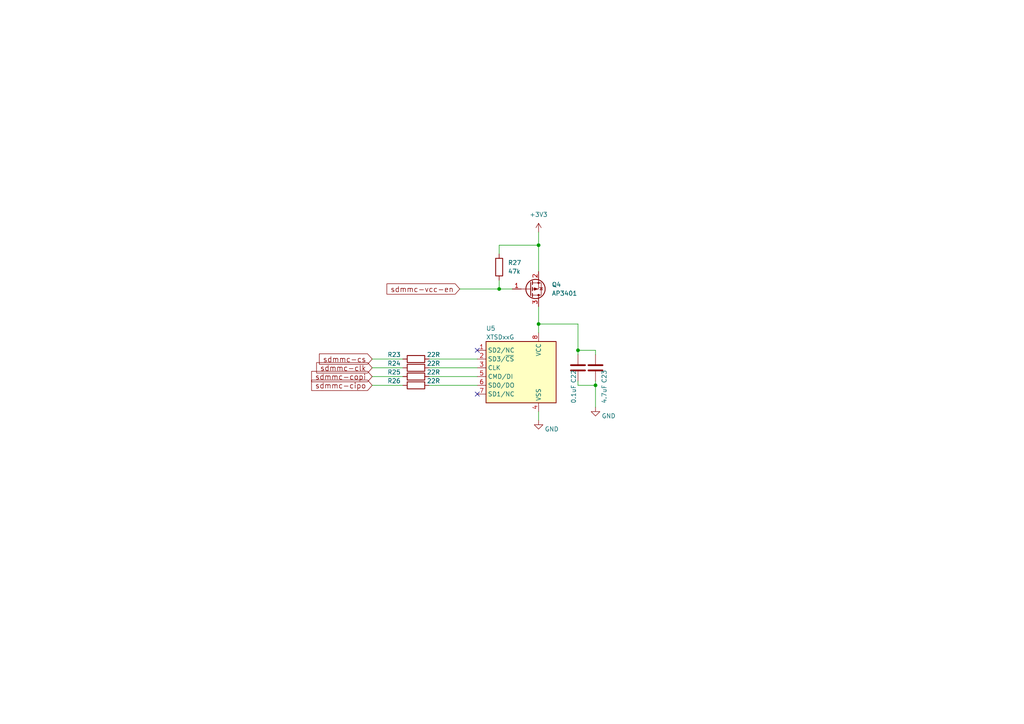
<source format=kicad_sch>
(kicad_sch (version 20210621) (generator eeschema)
  (paper "A4")
  (title_block (title "gps-logger") (date "2021-10-18") (rev "v2.3") (company "Greg Davill") (comment 4 "Simple GPS logger with low power features"))
  (lib_symbols
    (symbol "Device:C" (pin_numbers hide) (pin_names (offset 0.254))
      (property "Reference" "C" (at 0.635 2.54 0))
      (property "Value" "C" (at 0.635 -2.54 0))
      (symbol "C_0_1"
        (polyline (pts (xy -2.032 -0.762) (xy 2.032 -0.762)) (stroke (width 0.508)))
        (polyline (pts (xy -2.032 0.762) (xy 2.032 0.762)) (stroke (width 0.508)))
      )
      (symbol "C_1_1"
        (pin passive line (at 0 3.81 270) (length 2.794) (name "~") (number "1"))
        (pin passive line (at 0 -3.81 90) (length 2.794) (name "~") (number "2"))
      )
    )
    (symbol "Device:R" (pin_numbers hide) (pin_names (offset 0))
      (property "Reference" "R" (at 2.032 0 90))
      (property "Value" "R" (at 0 0 90))
      (symbol "R_0_1"
        (rectangle (start -1.016 -2.54) (end 1.016 2.54) (stroke (width 0.254)))
      )
      (symbol "R_1_1"
        (pin passive line (at 0 3.81 270) (length 1.27) (name "~") (number "1"))
        (pin passive line (at 0 -3.81 90) (length 1.27) (name "~") (number "2"))
      )
    )
    (symbol "Transistor_FET:BSS83P" (pin_names hide)
      (property "Reference" "Q" (at 5.08 1.905 0))
      (property "Value" "BSS83P" (at 5.08 0 0))
      (symbol "BSS83P_0_1"
        (circle (center 1.651 0) (radius 2.794) (stroke (width 0.254)))
        (circle (center 2.54 -1.778) (radius 0.254) (fill (type outline)))
        (circle (center 2.54 1.778) (radius 0.254) (fill (type outline)))
        (polyline (pts (xy 0.254 0) (xy -2.54 0)))
        (polyline (pts (xy 0.254 1.905) (xy 0.254 -1.905)) (stroke (width 0.254)))
        (polyline (pts (xy 0.762 -1.27) (xy 0.762 -2.286)) (stroke (width 0.254)))
        (polyline (pts (xy 0.762 0.508) (xy 0.762 -0.508)) (stroke (width 0.254)))
        (polyline (pts (xy 0.762 2.286) (xy 0.762 1.27)) (stroke (width 0.254)))
        (polyline (pts (xy 2.54 2.54) (xy 2.54 1.778)))
        (polyline (pts (xy 2.54 -2.54) (xy 2.54 0) (xy 0.762 0)))
        (polyline (pts (xy 0.762 1.778) (xy 3.302 1.778) (xy 3.302 -1.778) (xy 0.762 -1.778)))
        (polyline (pts (xy 2.794 -0.508) (xy 2.921 -0.381) (xy 3.683 -0.381) (xy 3.81 -0.254)))
        (polyline (pts (xy 3.302 -0.381) (xy 2.921 0.254) (xy 3.683 0.254) (xy 3.302 -0.381)))
        (polyline (pts (xy 2.286 0) (xy 1.27 0.381) (xy 1.27 -0.381) (xy 2.286 0)) (fill (type outline)))
      )
      (symbol "BSS83P_1_1"
        (pin input line (at -5.08 0 0) (length 2.54) (name "G") (number "1"))
        (pin passive line (at 2.54 -5.08 90) (length 2.54) (name "S") (number "2"))
        (pin passive line (at 2.54 5.08 270) (length 2.54) (name "D") (number "3"))
      )
    )
    (symbol "gpslogger:XTSDxxG"
      (property "Reference" "U" (at -8.89 8.89 0))
      (property "Value" "XTSDxxG" (at -1.27 8.89 0))
      (symbol "XTSDxxG_1_1"
        (rectangle (start -10.16 7.62) (end 10.16 -10.16) (stroke (width 0.254)) (fill (type background)))
        (pin bidirectional line (at -12.7 5.08 0) (length 2.54) (name "SD2/NC") (number "1"))
        (pin input line (at -12.7 2.54 0) (length 2.54) (name "SD3/~{CS}") (number "2"))
        (pin input line (at -12.7 0 0) (length 2.54) (name "CLK") (number "3"))
        (pin power_in line (at 5.08 -12.7 90) (length 2.54) (name "VSS") (number "4"))
        (pin input line (at -12.7 -2.54 0) (length 2.54) (name "CMD/DI") (number "5"))
        (pin output line (at -12.7 -5.08 0) (length 2.54) (name "SD0/DO") (number "6"))
        (pin output line (at -12.7 -7.62 0) (length 2.54) (name "SD1/NC") (number "7"))
        (pin power_in line (at 5.08 10.16 270) (length 2.54) (name "VCC") (number "8"))
      )
    )
    (symbol "power:+3V3" (power) (pin_names (offset 0))
      (property "Value" "+3V3" (at 0 3.556 0))
      (symbol "+3V3_0_1"
        (polyline (pts (xy -0.762 1.27) (xy 0 2.54)))
        (polyline (pts (xy 0 0) (xy 0 2.54)))
        (polyline (pts (xy 0 2.54) (xy 0.762 1.27)))
      )
      (symbol "+3V3_1_1"
        (pin power_in line (at 0 0 90) (length 0) hide (name "+3V3") (number "1"))
      )
    )
    (symbol "power:GND" (power) (pin_names (offset 0))
      (property "Value" "GND" (at 0 -3.81 0))
      (symbol "GND_0_1"
        (polyline (pts (xy 0 0) (xy 0 -1.27) (xy 1.27 -1.27) (xy 0 -2.54) (xy -1.27 -1.27) (xy 0 -1.27)))
      )
      (symbol "GND_1_1"
        (pin power_in line (at 0 0 270) (length 0) hide (name "GND") (number "1"))
      )
    )
  )
  (junction (at 144.78 83.82))
  (junction (at 156.21 71.12))
  (junction (at 156.21 93.98))
  (junction (at 167.64 101.6))
  (junction (at 172.72 111.76))
  (no_connect (at 138.43 101.6))
  (no_connect (at 138.43 114.3))
  (wire (pts (xy 107.95 104.14) (xy 116.84 104.14)))
  (wire (pts (xy 107.95 106.68) (xy 116.84 106.68)))
  (wire (pts (xy 107.95 109.22) (xy 116.84 109.22)))
  (wire (pts (xy 107.95 111.76) (xy 116.84 111.76)))
  (wire (pts (xy 124.46 104.14) (xy 138.43 104.14)))
  (wire (pts (xy 124.46 106.68) (xy 138.43 106.68)))
  (wire (pts (xy 124.46 109.22) (xy 138.43 109.22)))
  (wire (pts (xy 124.46 111.76) (xy 138.43 111.76)))
  (wire (pts (xy 133.35 83.82) (xy 144.78 83.82)))
  (wire (pts (xy 144.78 71.12) (xy 156.21 71.12)))
  (wire (pts (xy 144.78 73.66) (xy 144.78 71.12)))
  (wire (pts (xy 144.78 83.82) (xy 144.78 81.28)))
  (wire (pts (xy 148.59 83.82) (xy 144.78 83.82)))
  (wire (pts (xy 156.21 67.31) (xy 156.21 71.12)))
  (wire (pts (xy 156.21 71.12) (xy 156.21 78.74)))
  (wire (pts (xy 156.21 88.9) (xy 156.21 93.98)))
  (wire (pts (xy 156.21 93.98) (xy 156.21 96.52)))
  (wire (pts (xy 156.21 93.98) (xy 167.64 93.98)))
  (wire (pts (xy 156.21 119.38) (xy 156.21 121.92)))
  (wire (pts (xy 167.64 93.98) (xy 167.64 101.6)))
  (wire (pts (xy 167.64 101.6) (xy 167.64 102.87)))
  (wire (pts (xy 167.64 110.49) (xy 167.64 111.76)))
  (wire (pts (xy 167.64 111.76) (xy 172.72 111.76)))
  (wire (pts (xy 172.72 101.6) (xy 167.64 101.6)))
  (wire (pts (xy 172.72 102.87) (xy 172.72 101.6)))
  (wire (pts (xy 172.72 110.49) (xy 172.72 111.76)))
  (wire (pts (xy 172.72 111.76) (xy 172.72 118.11)))
  (global_label "sdmmc-cs" (shape input) (at 107.95 104.14 180) (effects (font (size 1.524 1.524))) (property "Intersheet References" "${INTERSHEET_REFS}" (effects hide)))
  (global_label "sdmmc-clk" (shape input) (at 107.95 106.68 180) (effects (font (size 1.524 1.524))) (property "Intersheet References" "${INTERSHEET_REFS}" (effects hide)))
  (global_label "sdmmc-copi" (shape input) (at 107.95 109.22 180) (effects (font (size 1.524 1.524))) (property "Intersheet References" "${INTERSHEET_REFS}" (effects hide)))
  (global_label "sdmmc-cipo" (shape input) (at 107.95 111.76 180) (effects (font (size 1.524 1.524))) (property "Intersheet References" "${INTERSHEET_REFS}" (effects hide)))
  (global_label "sdmmc-vcc-en" (shape input) (at 133.35 83.82 180) (effects (font (size 1.524 1.524))) (property "Intersheet References" "${INTERSHEET_REFS}" (effects hide)))
  (symbol (lib_id "power:+3V3") (at 156.21 67.31 0) (unit 1)
    (property "Reference" "#PWR0132" (effects hide))
    (property "Value" "+3V3" (at 156.21 62.23 0))
  )
  (symbol (lib_id "power:GND") (at 156.21 121.92 0) (mirror y) (unit 1)
    (property "Reference" "#PWR0130" (effects hide))
    (property "Value" "GND" (at 160.02 124.46 0))
  )
  (symbol (lib_id "power:GND") (at 172.72 118.11 0) (mirror y) (unit 1)
    (property "Reference" "#PWR0131" (effects hide))
    (property "Value" "GND" (at 176.53 120.65 0))
  )
  (symbol (lib_id "Device:R") (at 120.65 104.14 90) (unit 1)
    (property "Reference" "R23" (at 114.3 102.87 90))
    (property "Value" "22R" (at 125.73 102.87 90))
    (property "Footprint" "Resistor_SMD:R_0402_1005Metric" (effects hide))
  )
  (symbol (lib_id "Device:R") (at 120.65 106.68 90) (unit 1)
    (property "Reference" "R24" (at 114.3 105.41 90))
    (property "Value" "22R" (at 125.73 105.41 90))
    (property "Footprint" "Resistor_SMD:R_0402_1005Metric" (effects hide))
  )
  (symbol (lib_id "Device:R") (at 120.65 109.22 90) (unit 1)
    (property "Reference" "R25" (at 114.3 107.95 90))
    (property "Value" "22R" (at 125.73 107.95 90))
    (property "Footprint" "Resistor_SMD:R_0402_1005Metric" (effects hide))
  )
  (symbol (lib_id "Device:R") (at 120.65 111.76 90) (unit 1)
    (property "Reference" "R26" (at 114.3 110.49 90))
    (property "Value" "22R" (at 125.73 110.49 90))
    (property "Footprint" "Resistor_SMD:R_0402_1005Metric" (effects hide))
  )
  (symbol (lib_id "Device:R") (at 144.78 77.47 180) (unit 1)
    (property "Reference" "R27" (at 147.32 76.1999 0) (effects (justify right)))
    (property "Value" "47k" (at 147.32 78.7399 0) (effects (justify right)))
    (property "Footprint" "Resistor_SMD:R_0402_1005Metric" (effects hide))
  )
  (symbol (lib_id "Device:C") (at 167.64 106.68 0) (mirror x) (unit 1)
    (property "Reference" "C22" (at 166.37 109.22 90))
    (property "Value" "0.1uF" (at 166.37 114.3 90))
    (property "Footprint" "Capacitor_SMD:C_0402_1005Metric" (effects hide))
  )
  (symbol (lib_id "Device:C") (at 172.72 106.68 0) (mirror y) (unit 1)
    (property "Reference" "C23" (at 175.26 109.22 90))
    (property "Value" "4.7uF" (at 175.26 114.3 90))
    (property "Footprint" "Capacitor_SMD:C_0402_1005Metric" (effects hide))
  )
  (symbol (lib_id "Transistor_FET:BSS83P") (at 153.67 83.82 0) (mirror x) (unit 1)
    (property "Reference" "Q4" (at 160.02 82.5499 0) (effects (justify left)))
    (property "Value" "AP3401" (at 160.02 85.0899 0) (effects (justify left)))
    (property "Footprint" "Package_TO_SOT_SMD:SOT-23" (effects hide))
    (property "Datasheet" "https://datasheet.lcsc.com/lcsc/1912111437_ALLPOWER-ShenZhen-Quan-Li-Semiconductor-AP3401_C353078.pdf" (effects hide))
    (property "PN" "AP3401" (effects hide))
    (property "MFG" "ALLPOWER(ShenZhen Quan Li Semiconductor) " (effects hide))
  )
  (symbol (lib_id "gpslogger:XTSDxxG") (at 151.13 106.68 0) (unit 1)
    (property "Reference" "U5" (at 140.97 95.2499 0) (effects (justify left)))
    (property "Value" "XTSDxxG" (at 140.97 97.7899 0) (effects (justify left)))
    (property "Footprint" "gps-logger:LGA-8_8x6_Pitch1.27mm" (effects hide))
    (property "Datasheet" "https://datasheet.lcsc.com/lcsc/2005251034_XTX-XTSD01GLGEAG_C558837.pdf" (effects hide))
  )
)
</source>
